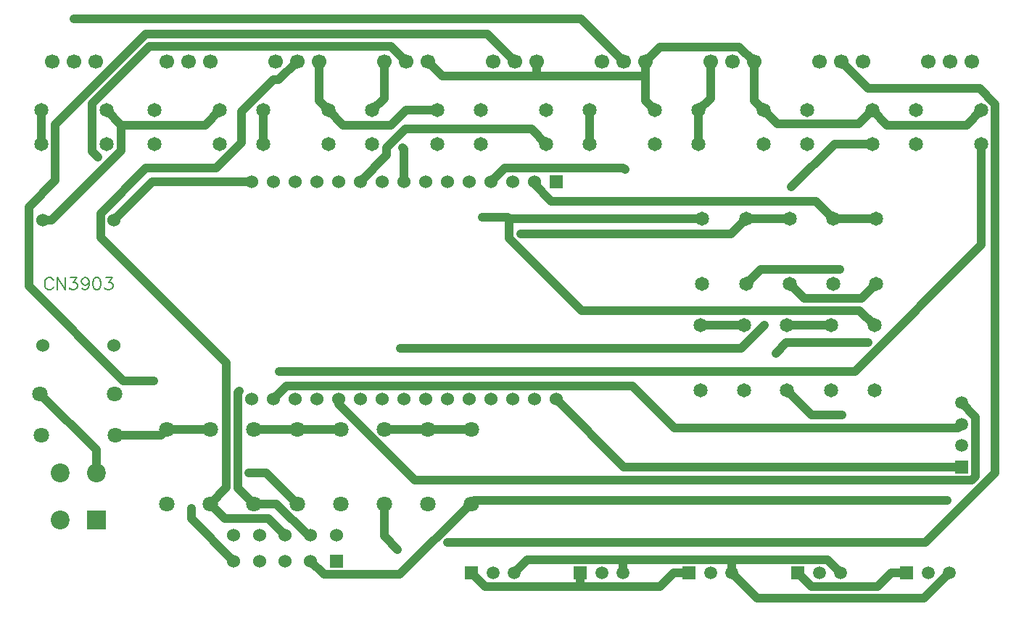
<source format=gtl>
G04 Layer: TopLayer*
G04 EasyEDA v6.5.39, 2024-09-29 20:51:04*
G04 9dd5da30d42b491596d51ff902fabefb,51e75598fcfa43b1b8b7fc2dab888f2e,10*
G04 Gerber Generator version 0.2*
G04 Scale: 100 percent, Rotated: No, Reflected: No *
G04 Dimensions in millimeters *
G04 leading zeros omitted , absolute positions ,4 integer and 5 decimal *
%FSLAX45Y45*%
%MOMM*%

%ADD10C,0.2032*%
%ADD11C,1.0000*%
%ADD12C,1.8000*%
%ADD13C,1.5000*%
%ADD14R,1.5000X1.5000*%
%ADD15R,2.2000X2.2000*%
%ADD16C,2.2000*%
%ADD17C,1.7000*%
%ADD18C,1.6510*%
%ADD19C,1.5240*%
%ADD20R,1.5240X1.5240*%
%ADD21R,1.5301X1.5301*%
%ADD22C,1.5301*%
%ADD23C,0.6100*%
%ADD24C,0.0147*%

%LPD*%
D10*
X1994656Y5768847D02*
G01*
X1987798Y5782310D01*
X1974082Y5796026D01*
X1960366Y5802884D01*
X1933188Y5802884D01*
X1919472Y5796026D01*
X1906010Y5782310D01*
X1899152Y5768847D01*
X1892294Y5748273D01*
X1892294Y5714237D01*
X1899152Y5693663D01*
X1906010Y5680202D01*
X1919472Y5666486D01*
X1933188Y5659628D01*
X1960366Y5659628D01*
X1974082Y5666486D01*
X1987798Y5680202D01*
X1994656Y5693663D01*
X2039614Y5802884D02*
G01*
X2039614Y5659628D01*
X2039614Y5802884D02*
G01*
X2135118Y5659628D01*
X2135118Y5802884D02*
G01*
X2135118Y5659628D01*
X2193538Y5802884D02*
G01*
X2268722Y5802884D01*
X2227828Y5748273D01*
X2248148Y5748273D01*
X2261864Y5741415D01*
X2268722Y5734557D01*
X2275580Y5714237D01*
X2275580Y5700521D01*
X2268722Y5680202D01*
X2255006Y5666486D01*
X2234686Y5659628D01*
X2214112Y5659628D01*
X2193538Y5666486D01*
X2186934Y5673344D01*
X2180076Y5687060D01*
X2409184Y5755131D02*
G01*
X2402326Y5734557D01*
X2388610Y5721095D01*
X2368290Y5714237D01*
X2361432Y5714237D01*
X2340858Y5721095D01*
X2327396Y5734557D01*
X2320538Y5755131D01*
X2320538Y5761989D01*
X2327396Y5782310D01*
X2340858Y5796026D01*
X2361432Y5802884D01*
X2368290Y5802884D01*
X2388610Y5796026D01*
X2402326Y5782310D01*
X2409184Y5755131D01*
X2409184Y5721095D01*
X2402326Y5687060D01*
X2388610Y5666486D01*
X2368290Y5659628D01*
X2354574Y5659628D01*
X2334000Y5666486D01*
X2327396Y5680202D01*
X2495036Y5802884D02*
G01*
X2474462Y5796026D01*
X2461000Y5775705D01*
X2454142Y5741415D01*
X2454142Y5721095D01*
X2461000Y5687060D01*
X2474462Y5666486D01*
X2495036Y5659628D01*
X2508752Y5659628D01*
X2529072Y5666486D01*
X2542788Y5687060D01*
X2549646Y5721095D01*
X2549646Y5741415D01*
X2542788Y5775705D01*
X2529072Y5796026D01*
X2508752Y5802884D01*
X2495036Y5802884D01*
X2608320Y5802884D02*
G01*
X2683250Y5802884D01*
X2642356Y5748273D01*
X2662676Y5748273D01*
X2676392Y5741415D01*
X2683250Y5734557D01*
X2690108Y5714237D01*
X2690108Y5700521D01*
X2683250Y5680202D01*
X2669534Y5666486D01*
X2649214Y5659628D01*
X2628640Y5659628D01*
X2608320Y5666486D01*
X2601462Y5673344D01*
X2594604Y5687060D01*
D11*
X9239631Y2349500D02*
G01*
X9076690Y2186559D01*
X8144713Y2186559D01*
X10294899Y5245735D02*
G01*
X10026218Y4977053D01*
X6045758Y4977053D01*
X11557000Y7366000D02*
G01*
X11113566Y7366000D01*
X10612704Y6865137D01*
X6083300Y6921500D02*
G01*
X6083300Y7307579D01*
X6071768Y7319111D01*
X7861300Y4381500D02*
G01*
X8655405Y3587394D01*
X12598400Y3587394D01*
X4559300Y4381500D02*
G01*
X4715687Y4537887D01*
X8751620Y4537887D01*
X9242297Y4047210D01*
X12558191Y4047210D01*
X12598400Y4087418D01*
X4305300Y6921500D02*
G01*
X3146399Y6921500D01*
X2701899Y6477000D01*
X11954713Y2349500D02*
G01*
X11779631Y2349500D01*
X11779631Y2349500D02*
G01*
X11616690Y2186559D01*
X10847654Y2186559D01*
X10684713Y2349500D01*
X9414713Y2349500D02*
G01*
X9239631Y2349500D01*
X8144713Y2186559D02*
G01*
X8144713Y2349500D01*
X8144713Y2186559D02*
G01*
X7037654Y2186559D01*
X6874713Y2349500D01*
X10083800Y5727700D02*
G01*
X10257002Y5900902D01*
X11174196Y5900902D01*
X2721000Y3962400D02*
G01*
X3247999Y3962400D01*
X3314700Y4029100D01*
X6870700Y4029100D02*
G01*
X6362700Y4029100D01*
X6362700Y4029100D02*
G01*
X5854700Y4029100D01*
X5346700Y4029100D02*
G01*
X4838700Y4029100D01*
X4838700Y4029100D02*
G01*
X4330700Y4029100D01*
X3314700Y4029100D02*
G01*
X3822700Y4029100D01*
X5715000Y7759700D02*
G01*
X5854700Y7899400D01*
X5854700Y8331200D01*
X2496007Y3515207D02*
G01*
X2496007Y3787292D01*
X1838299Y4445000D01*
X10553700Y4483100D02*
G01*
X10841456Y4195343D01*
X11201552Y4195343D01*
X4445000Y7366000D02*
G01*
X4445000Y7759700D01*
X8255000Y7366000D02*
G01*
X8255000Y7759700D01*
X9525000Y7366000D02*
G01*
X9525000Y7759700D01*
X9525000Y7759700D02*
G01*
X9664700Y7899400D01*
X9664700Y8331200D01*
X1854200Y7759700D02*
G01*
X1854200Y7366000D01*
X11595100Y5727700D02*
G01*
X11429212Y5561812D01*
X10757687Y5561812D01*
X10591800Y5727700D01*
X5207000Y7759700D02*
G01*
X5092700Y7874000D01*
X5092700Y8331200D01*
X11557000Y7759700D02*
G01*
X11394262Y7596962D01*
X10449737Y7596962D01*
X10287000Y7759700D01*
X12827000Y7759700D02*
G01*
X12654762Y7587462D01*
X11729237Y7587462D01*
X11557000Y7759700D01*
X10287000Y7759700D02*
G01*
X10172700Y7874000D01*
X10172700Y8331200D01*
X10172700Y8331200D02*
G01*
X10002697Y8501202D01*
X9072702Y8501202D01*
X8902700Y8331200D01*
X9017000Y7759700D02*
G01*
X8902700Y7874000D01*
X8902700Y8157997D01*
X8902700Y8157997D02*
G01*
X8902700Y8331200D01*
X7632700Y8157997D02*
G01*
X7632700Y8331200D01*
X8902700Y8157997D02*
G01*
X7632700Y8157997D01*
X7632700Y8157997D02*
G01*
X6535902Y8157997D01*
X6362700Y8331200D01*
X6477000Y7759700D02*
G01*
X6109715Y7759700D01*
X5937478Y7587462D01*
X5379237Y7587462D01*
X5207000Y7759700D01*
X2616200Y7759700D02*
G01*
X2788437Y7587462D01*
X2788437Y7587462D02*
G01*
X3764762Y7587462D01*
X3937000Y7759700D01*
X12454712Y2349500D02*
G01*
X12161570Y2056358D01*
X10207853Y2056358D01*
X9914712Y2349500D01*
X9914712Y2504694D02*
G01*
X9914712Y2349500D01*
X11184712Y2349500D02*
G01*
X11029518Y2504694D01*
X9914712Y2504694D01*
X8644712Y2504694D02*
G01*
X8644712Y2349500D01*
X9914712Y2504694D02*
G01*
X8644712Y2504694D01*
X8644712Y2504694D02*
G01*
X7529906Y2504694D01*
X7374712Y2349500D01*
X1866900Y6477000D02*
G01*
X1974951Y6477000D01*
X2788437Y7290485D01*
X2788437Y7587462D01*
X7747000Y7366000D02*
G01*
X7574762Y7538237D01*
X6106769Y7538237D01*
X5886754Y7318222D01*
X5886754Y7232954D01*
X5575300Y6921500D01*
X7099300Y6921500D02*
G01*
X7265695Y7087895D01*
X8647658Y7087895D01*
X8667445Y7068108D01*
X9550400Y5245100D02*
G01*
X10058400Y5245100D01*
X11074400Y5245100D02*
G01*
X10553700Y5245100D01*
X5321300Y4381500D02*
G01*
X5321300Y4320514D01*
X6211011Y3430803D01*
X12714198Y3430803D01*
X12762280Y3478885D01*
X12762280Y4173550D01*
X12598400Y4337430D01*
X4630420Y4706620D02*
G01*
X11350447Y4706620D01*
X12827000Y6183172D01*
X12827000Y7366000D01*
X11595100Y6489700D02*
G01*
X11099800Y6489700D01*
X7607300Y6921500D02*
G01*
X7607300Y6895084D01*
X7805420Y6696963D01*
X10892536Y6696963D01*
X11099800Y6489700D01*
X6594398Y2703245D02*
G01*
X12171832Y2703245D01*
X12991439Y3522853D01*
X12991439Y7832928D01*
X12813106Y8011261D01*
X11508638Y8011261D01*
X11188700Y8331200D01*
X4699000Y2789402D02*
G01*
X4501184Y2987217D01*
X3994581Y2987217D01*
X3822700Y3159099D01*
X3822700Y3159099D02*
G01*
X4009770Y3346170D01*
X4009770Y4802504D01*
X2544825Y6267450D01*
X2544825Y6551295D01*
X3075025Y7081494D01*
X3892651Y7081494D01*
X4191025Y7379868D01*
X4191025Y7746644D01*
X4560392Y8116011D01*
X4623511Y8116011D01*
X4838700Y8331200D01*
X10083800Y6489700D02*
G01*
X9906508Y6312407D01*
X7454391Y6312407D01*
X10591800Y6489700D02*
G01*
X10083800Y6489700D01*
X9563100Y6489700D02*
G01*
X7317181Y6489700D01*
X7002322Y6510477D02*
G01*
X7296404Y6510477D01*
X7317181Y6489700D01*
X7317181Y6489700D02*
G01*
X7317181Y6261658D01*
X8159115Y5419725D01*
X11407775Y5419725D01*
X11582400Y5245100D01*
X4998999Y2789402D02*
G01*
X4966817Y2789402D01*
X4597120Y3159099D01*
X4330700Y3159099D01*
X4330700Y3159099D02*
G01*
X4148912Y3340887D01*
X4148912Y4461129D01*
X4167352Y4479569D01*
X6108700Y8331200D02*
G01*
X5936564Y8503335D01*
X3115360Y8503335D01*
X2446375Y7834350D01*
X2446375Y7282078D01*
X2517825Y7210628D01*
X3168827Y4595164D02*
G01*
X2813558Y4595164D01*
X1706067Y5702655D01*
X1706067Y6624904D01*
X2016912Y6935749D01*
X2016912Y7589012D01*
X3076803Y8648903D01*
X7060996Y8648903D01*
X7378700Y8331200D01*
X4838700Y3159099D02*
G01*
X4480686Y3517112D01*
X4279087Y3517112D01*
X3603777Y3101060D02*
G01*
X3603777Y2984627D01*
X4099001Y2489403D01*
X8648700Y8331200D02*
G01*
X8149234Y8830665D01*
X2233117Y8830665D01*
X10428198Y4918989D02*
G01*
X10552582Y5043373D01*
X11503075Y5043373D01*
X5854700Y3159099D02*
G01*
X5854700Y2780207D01*
X6011316Y2623591D01*
X12425451Y3200069D02*
G01*
X6911670Y3200069D01*
X6870700Y3159099D01*
X6870700Y3159099D02*
G01*
X6866127Y3159099D01*
X6039637Y2332609D01*
X5155793Y2332609D01*
X4998999Y2489403D01*
D12*
G01*
X3314700Y3159099D03*
G01*
X3314700Y4029100D03*
G01*
X3822700Y3159099D03*
G01*
X3822700Y4029100D03*
G01*
X4330700Y3159099D03*
G01*
X4330700Y4029100D03*
G01*
X4838700Y3159099D03*
G01*
X4838700Y4029100D03*
G01*
X5346700Y3159099D03*
G01*
X5346700Y4029100D03*
G01*
X5854700Y3159099D03*
G01*
X5854700Y4029100D03*
G01*
X6362700Y3159099D03*
G01*
X6362700Y4029100D03*
G01*
X6870700Y3159099D03*
G01*
X6870700Y4029100D03*
G01*
X1838299Y4445000D03*
G01*
X2708300Y4445000D03*
D13*
G01*
X7374686Y2349500D03*
G01*
X7124700Y2349500D03*
D14*
G01*
X6874687Y2349500D03*
D13*
G01*
X8644712Y2349500D03*
G01*
X8394725Y2349500D03*
D14*
G01*
X8144713Y2349500D03*
D13*
G01*
X9914712Y2349500D03*
G01*
X9664725Y2349500D03*
D14*
G01*
X9414713Y2349500D03*
D13*
G01*
X11184712Y2349500D03*
G01*
X10934725Y2349500D03*
D14*
G01*
X10684713Y2349500D03*
D13*
G01*
X12454712Y2349500D03*
G01*
X12204725Y2349500D03*
D14*
G01*
X11954713Y2349500D03*
G01*
X12598400Y3587394D03*
D13*
G01*
X12598400Y3837431D03*
G01*
X12598400Y4087418D03*
G01*
X12598400Y4337430D03*
D15*
G01*
X2495981Y2965195D03*
D16*
G01*
X2076018Y2965195D03*
G01*
X2496007Y3515207D03*
G01*
X2076018Y3515207D03*
D17*
G01*
X3314700Y8331174D03*
G01*
X3568700Y8331174D03*
G01*
X3822700Y8331174D03*
G01*
X4584700Y8331174D03*
G01*
X4838700Y8331174D03*
G01*
X5092700Y8331174D03*
G01*
X5854700Y8331174D03*
G01*
X6108700Y8331174D03*
G01*
X6362700Y8331174D03*
G01*
X7124700Y8331174D03*
G01*
X7378700Y8331174D03*
G01*
X7632700Y8331174D03*
G01*
X8394700Y8331174D03*
G01*
X8648700Y8331174D03*
G01*
X8902700Y8331174D03*
G01*
X9664700Y8331174D03*
G01*
X9918700Y8331174D03*
G01*
X10172700Y8331174D03*
G01*
X10934700Y8331174D03*
G01*
X11188700Y8331174D03*
G01*
X11442700Y8331174D03*
G01*
X12204700Y8331174D03*
G01*
X12458700Y8331174D03*
G01*
X12712700Y8331174D03*
G01*
X1981200Y8331174D03*
G01*
X2235200Y8331174D03*
G01*
X2489200Y8331174D03*
D18*
G01*
X3175000Y7759700D03*
G01*
X3937000Y7759700D03*
G01*
X4445000Y7759700D03*
G01*
X5207000Y7759700D03*
G01*
X5715000Y7759700D03*
G01*
X6477000Y7759700D03*
G01*
X6985000Y7759700D03*
G01*
X7747000Y7759700D03*
G01*
X8255000Y7759700D03*
G01*
X9017000Y7759700D03*
G01*
X9525000Y7759700D03*
G01*
X10287000Y7759700D03*
G01*
X10795000Y7759700D03*
G01*
X11557000Y7759700D03*
G01*
X12065000Y7759700D03*
G01*
X12827000Y7759700D03*
G01*
X3175000Y7366000D03*
G01*
X3937000Y7366000D03*
G01*
X4445000Y7366000D03*
G01*
X5207000Y7366000D03*
G01*
X5715000Y7366000D03*
G01*
X6477000Y7366000D03*
G01*
X6985000Y7366000D03*
G01*
X7747000Y7366000D03*
G01*
X8255000Y7366000D03*
G01*
X9017000Y7366000D03*
G01*
X9525000Y7366000D03*
G01*
X10287000Y7366000D03*
G01*
X10795000Y7366000D03*
G01*
X11557000Y7366000D03*
G01*
X12065000Y7366000D03*
G01*
X12827000Y7366000D03*
G01*
X1854200Y7366000D03*
G01*
X2616200Y7366000D03*
G01*
X1854200Y7759700D03*
G01*
X2616200Y7759700D03*
G01*
X11582400Y5245100D03*
G01*
X11582400Y4483100D03*
G01*
X10083800Y6489700D03*
G01*
X10083800Y5727700D03*
G01*
X10058400Y5245100D03*
G01*
X10058400Y4483100D03*
G01*
X10553700Y5245100D03*
G01*
X10553700Y4483100D03*
G01*
X11099800Y6489700D03*
G01*
X11099800Y5727700D03*
G01*
X9563100Y5727700D03*
G01*
X9563100Y6489700D03*
G01*
X10591800Y5727700D03*
G01*
X10591800Y6489700D03*
G01*
X9550400Y4483100D03*
G01*
X9550400Y5245100D03*
G01*
X11074400Y4483100D03*
G01*
X11074400Y5245100D03*
G01*
X11595100Y5727700D03*
G01*
X11595100Y6489700D03*
D19*
G01*
X1866900Y5012004D03*
G01*
X2701899Y5012004D03*
G01*
X2701899Y6477000D03*
G01*
X1866900Y6477000D03*
D20*
G01*
X7861325Y6921500D03*
D19*
G01*
X7607300Y6921500D03*
G01*
X7353300Y6921500D03*
G01*
X7099300Y6921500D03*
G01*
X6845300Y6921500D03*
G01*
X6591300Y6921500D03*
G01*
X6337300Y6921500D03*
G01*
X6083300Y6921500D03*
G01*
X5829300Y6921500D03*
G01*
X5575300Y6921500D03*
G01*
X5321300Y6921500D03*
G01*
X5067300Y6921500D03*
G01*
X4813300Y6921500D03*
G01*
X4559300Y6921500D03*
G01*
X4305300Y6921500D03*
G01*
X4305300Y4381500D03*
G01*
X4559300Y4381500D03*
G01*
X4813300Y4381500D03*
G01*
X5067300Y4381500D03*
G01*
X5321300Y4381500D03*
G01*
X5575300Y4381500D03*
G01*
X5829300Y4381500D03*
G01*
X6083300Y4381500D03*
G01*
X6337300Y4381500D03*
G01*
X6591300Y4381500D03*
G01*
X6845300Y4381500D03*
G01*
X7099300Y4381500D03*
G01*
X7353300Y4381500D03*
G01*
X7607300Y4381500D03*
G01*
X7861300Y4381500D03*
D21*
G01*
X5298998Y2489403D03*
D22*
G01*
X4998999Y2489403D03*
G01*
X4699000Y2489403D03*
G01*
X4399000Y2489403D03*
G01*
X4099001Y2489403D03*
G01*
X5298998Y2789402D03*
G01*
X4998999Y2789402D03*
G01*
X4699000Y2789402D03*
G01*
X4399000Y2789402D03*
G01*
X4099001Y2789402D03*
D12*
G01*
X1850999Y3962400D03*
G01*
X2721000Y3962400D03*
D23*
G01*
X12425451Y3200069D03*
G01*
X11503075Y5043373D03*
G01*
X10428198Y4918989D03*
G01*
X6011316Y2623591D03*
G01*
X2233117Y8830665D03*
G01*
X3603777Y3101060D03*
G01*
X3168827Y4595164D03*
G01*
X4279087Y3517112D03*
G01*
X2517825Y7210628D03*
G01*
X4167352Y4479569D03*
G01*
X7002322Y6510477D03*
G01*
X7454391Y6312407D03*
G01*
X6594398Y2703245D03*
G01*
X4630420Y4706620D03*
G01*
X8667445Y7068108D03*
G01*
X11201552Y4195343D03*
G01*
X11174196Y5900902D03*
G01*
X6071768Y7319111D03*
G01*
X6045758Y4977053D03*
G01*
X10294899Y5245735D03*
G01*
X10612704Y6865137D03*
M02*

</source>
